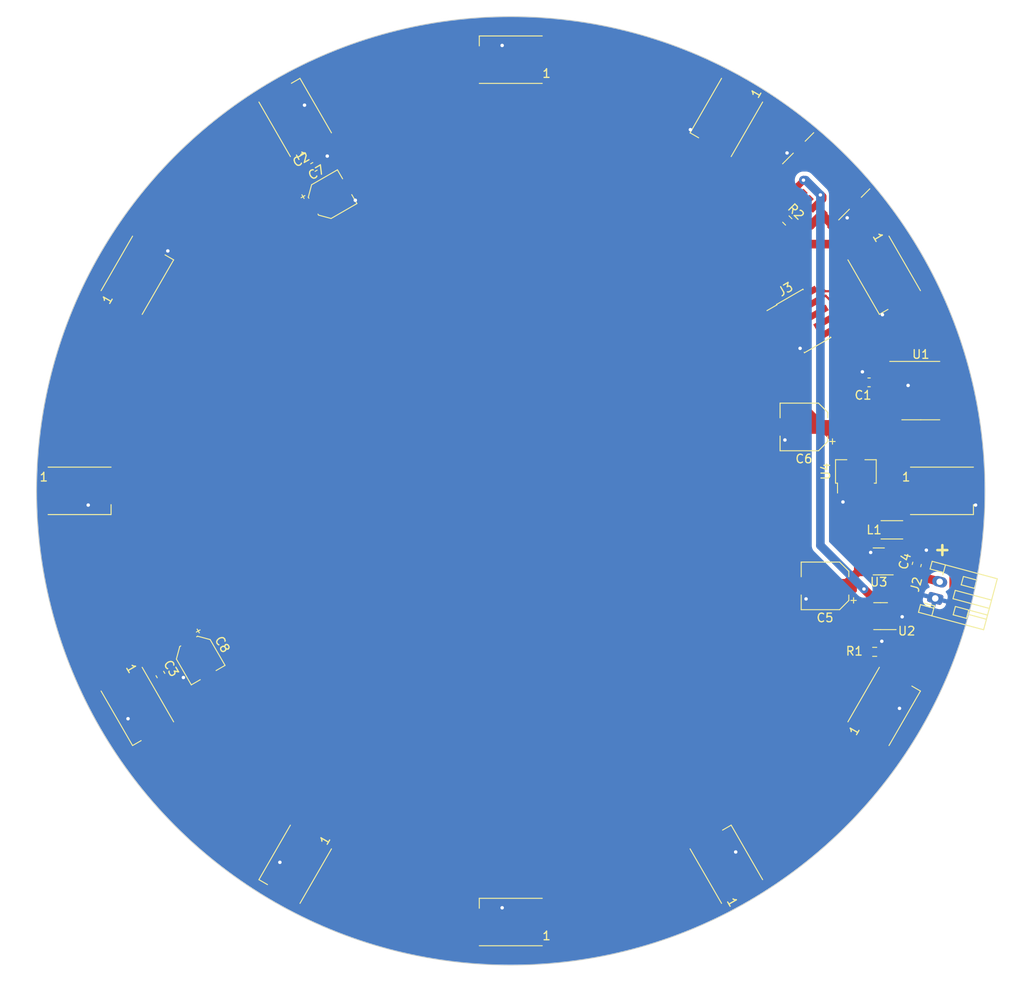
<source format=kicad_pcb>
(kicad_pcb (version 20221018) (generator pcbnew)
  (layers (0 "F.Cu" signal) (31 "B.Cu" signal) (34 "B.Paste" user) (35 "F.Paste" user) (36 "B.SilkS" user "B.Silkscreen") (37 "F.SilkS" user "F.Silkscreen") (38 "B.Mask" user) (39 "F.Mask" user) (44 "Edge.Cuts" user))
  (net 0 "")
  (net 1 "+3V3")
  (net 2 "GND")
  (net 3 "+5V")
  (net 4 "Net-(D1-DOUT)")
  (net 5 "/LED_Data")
  (net 6 "Net-(D2-DOUT)")
  (net 7 "Net-(D3-DOUT)")
  (net 8 "Net-(D4-DOUT)")
  (net 9 "Net-(D4-DIN)")
  (net 10 "Net-(D5-DIN)")
  (net 11 "Net-(D12-DIN)")
  (net 12 "Net-(D7-DIN)")
  (net 13 "Net-(D8-DIN)")
  (net 15 "Net-(D10-DIN)")
  (net 16 "Net-(D11-DIN)")
  (net 30 "/~{RST}")
  (net 31 "/SWDIO")
  (net 33 "/VBat")
  (net 34 "/VUSB")
  (net 35 "/SWCLK")
  (net 36 "Net-(U2-PROG)")
  (net 41 "Net-(U3-SW)")
  (net 42 "Net-(J1-CC1)")
  (footprint "LED_SMD:LED_WS2812B_PLCC4_5.0x5.0mm_P3.2mm" (layer "F.Cu") (at 143.3013 125 60)
    (fp_text reference "D2" hide)
    (fp_text value "WS2812B")
    (fp_text user "1" (at -4.15 -1.6 60) (layer "F.SilkS"))
    (pad "1" smd rect (at -2.45 -1.65 60) (size 1.5 0.9) (layers "F.Cu" "F.Paste" "F.Mask") (net 3 "+5V"))
    (pad "2" smd rect (at -2.45 1.65 60) (size 1.5 0.9) (layers "F.Cu" "F.Paste" "F.Mask") (net 6 "Net-(D2-DOUT)"))
    (pad "3" smd rect (at 2.45 1.65 60) (size 1.5 0.9) (layers "F.Cu" "F.Paste" "F.Mask") (net 2 "GND"))
    (pad "4" smd rect (at 2.45 -1.65 60) (size 1.5 0.9) (layers "F.Cu" "F.Paste" "F.Mask") (net 4 "Net-(D1-DOUT)"))
  )
  (footprint "LED_SMD:LED_WS2812B_PLCC4_5.0x5.0mm_P3.2mm" (layer "F.Cu") (at 100 150 180)
    (fp_text reference "D6" hide)
    (fp_text value "WS2812B")
    (fp_text user "1" (at -4.15 -1.6) (layer "F.SilkS"))
    (pad "1" smd rect (at -2.45 -1.65 180) (size 1.5 0.9) (layers "F.Cu" "F.Paste" "F.Mask") (net 3 "+5V"))
    (pad "2" smd rect (at -2.45 1.65 180) (size 1.5 0.9) (layers "F.Cu" "F.Paste" "F.Mask") (net 10 "Net-(D5-DIN)"))
    (pad "3" smd rect (at 2.45 1.65 180) (size 1.5 0.9) (layers "F.Cu" "F.Paste" "F.Mask") (net 2 "GND"))
    (pad "4" smd rect (at 2.45 -1.65 180) (size 1.5 0.9) (layers "F.Cu" "F.Paste" "F.Mask") (net 7 "Net-(D3-DOUT)"))
  )
  (footprint "Package_TO_SOT_SMD:SOT-23-5" (layer "F.Cu") (at 142.8875 114.53 180)
    (fp_text reference "U2" (at -3.0225 -1.73) (layer "F.SilkS"))
    (fp_text value "LR4054")
    (pad "1" smd roundrect (at -1.1375 -0.95 180) (size 1.325 0.6) (layers "F.Cu" "F.Paste" "F.Mask"))
    (pad "2" smd roundrect (at -1.1375 0 180) (size 1.325 0.6) (layers "F.Cu" "F.Paste" "F.Mask") (net 2 "GND"))
    (pad "3" smd roundrect (at -1.1375 0.95 180) (size 1.325 0.6) (layers "F.Cu" "F.Paste" "F.Mask") (net 33 "/VBat"))
    (pad "4" smd roundrect (at 1.1375 0.95 180) (size 1.325 0.6) (layers "F.Cu" "F.Paste" "F.Mask") (net 34 "/VUSB"))
    (pad "5" smd roundrect (at 1.1375 -0.95 180) (size 1.325 0.6) (layers "F.Cu" "F.Paste" "F.Mask") (net 36 "Net-(U2-PROG)"))
  )
  (footprint "Package_TO_SOT_SMD:SOT-89-3" (layer "F.Cu") (at 140.02 97.75 90)
    (fp_text reference "U4" (at 0 -3.5 90) (layer "F.SilkS"))
    (fp_text value "AMS1117-3.3" hide)
    (pad "1" smd rect (at -1.95 -1.5 90) (size 1.3 0.9) (layers "F.Cu" "F.Paste" "F.Mask") (net 2 "GND"))
    (pad "2" smd custom (at -1.8625 0 90) (size 1.475 0.9) (layers "F.Cu" "F.Paste" "F.Mask") (net 1 "+3V3") (options (clearance outline) (anchor rect)) (primitives (gr_poly (pts (xy 3.8625 0.8665) (xy 0.7375 0.8665) (xy 0.7375 -0.8665) (xy 3.8625 -0.8665)) (width 0) (fill yes))))
    (pad "3" smd rect (at -1.95 1.5 90) (size 1.3 0.9) (layers "F.Cu" "F.Paste" "F.Mask") (net 3 "+5V"))
  )
  (footprint "LED_SMD:LED_WS2812B_PLCC4_5.0x5.0mm_P3.2mm" (layer "F.Cu") (at 56.6987 75 60)
    (fp_text reference "D8" hide)
    (fp_text value "WS2812B")
    (fp_text user "1" (at -4.15 -1.6 60) (layer "F.SilkS"))
    (pad "1" smd rect (at -2.45 -1.65 60) (size 1.5 0.9) (layers "F.Cu" "F.Paste" "F.Mask") (net 3 "+5V"))
    (pad "2" smd rect (at -2.45 1.65 60) (size 1.5 0.9) (layers "F.Cu" "F.Paste" "F.Mask") (net 12 "Net-(D7-DIN)"))
    (pad "3" smd rect (at 2.45 1.65 60) (size 1.5 0.9) (layers "F.Cu" "F.Paste" "F.Mask") (net 2 "GND"))
    (pad "4" smd rect (at 2.45 -1.65 60) (size 1.5 0.9) (layers "F.Cu" "F.Paste" "F.Mask") (net 13 "Net-(D8-DIN)"))
  )
  (footprint "Capacitor_SMD:C_0603_1608Metric" (layer "F.Cu") (at 147.08 108.535 75)
    (fp_text reference "C4" (at 0 -1.43 75) (layer "F.SilkS"))
    (fp_text value "100nf")
    (pad "1" smd roundrect (at -0.775 0 75) (size 0.9 0.95) (layers "F.Cu" "F.Paste" "F.Mask") (net 33 "/VBat"))
    (pad "2" smd roundrect (at 0.775 0 75) (size 0.9 0.95) (layers "F.Cu" "F.Paste" "F.Mask") (net 2 "GND"))
  )
  (footprint "Capacitor_SMD:C_0603_1608Metric" (layer "F.Cu") (at 141.55 87.42 180)
    (fp_text reference "C1" (at 0.7 -1.49) (layer "F.SilkS"))
    (fp_text value "100nf")
    (pad "1" smd roundrect (at -0.775 0 180) (size 0.9 0.95) (layers "F.Cu" "F.Paste" "F.Mask") (net 1 "+3V3"))
    (pad "2" smd roundrect (at 0.775 0 180) (size 0.9 0.95) (layers "F.Cu" "F.Paste" "F.Mask") (net 2 "GND"))
  )
  (footprint "LED_SMD:LED_WS2812B_PLCC4_5.0x5.0mm_P3.2mm" (layer "F.Cu") (at 150 100)
    (fp_text reference "D1" hide)
    (fp_text value "WS2812B")
    (fp_text user "1" (at -4.15 -1.6) (layer "F.SilkS"))
    (pad "1" smd rect (at -2.45 -1.65) (size 1.5 0.9) (layers "F.Cu" "F.Paste" "F.Mask") (net 3 "+5V"))
    (pad "2" smd rect (at -2.45 1.65) (size 1.5 0.9) (layers "F.Cu" "F.Paste" "F.Mask") (net 4 "Net-(D1-DOUT)"))
    (pad "3" smd rect (at 2.45 1.65) (size 1.5 0.9) (layers "F.Cu" "F.Paste" "F.Mask") (net 2 "GND"))
    (pad "4" smd rect (at 2.45 -1.65) (size 1.5 0.9) (layers "F.Cu" "F.Paste" "F.Mask") (net 5 "/LED_Data"))
  )
  (footprint "LED_SMD:LED_WS2812B_PLCC4_5.0x5.0mm_P3.2mm" (layer "F.Cu") (at 50 100)
    (fp_text reference "D9" hide)
    (fp_text value "WS2812B")
    (fp_text user "1" (at -4.15 -1.6) (layer "F.SilkS"))
    (pad "1" smd rect (at -2.45 -1.65) (size 1.5 0.9) (layers "F.Cu" "F.Paste" "F.Mask") (net 3 "+5V"))
    (pad "2" smd rect (at -2.45 1.65) (size 1.5 0.9) (layers "F.Cu" "F.Paste" "F.Mask") (net 13 "Net-(D8-DIN)"))
    (pad "3" smd rect (at 2.45 1.65) (size 1.5 0.9) (layers "F.Cu" "F.Paste" "F.Mask") (net 2 "GND"))
    (pad "4" smd rect (at 2.45 -1.65) (size 1.5 0.9) (layers "F.Cu" "F.Paste" "F.Mask") (net 8 "Net-(D4-DOUT)"))
  )
  (footprint "Capacitor_SMD:CP_Elec_5x3" (layer "F.Cu") (at 133.99 92.59 180)
    (fp_text reference "C6" (at 0 -3.7) (layer "F.SilkS"))
    (fp_text value "10uf")
    (pad "1" smd roundrect (at -2.2 0 180) (size 3 1.6) (layers "F.Cu" "F.Paste" "F.Mask") (roundrect_rratio 0.15625) (net 1 "+3V3"))
    (pad "2" smd roundrect (at 2.2 0 180) (size 3 1.6) (layers "F.Cu" "F.Paste" "F.Mask") (roundrect_rratio 0.15625) (net 2 "GND"))
  )
  (footprint "Connector_PinHeader_1.27mm:PinHeader_2x05_P1.27mm_Vertical_SMD" (layer "F.Cu") (at 133.97 80.3 30)
    (fp_text reference "J3" (at 0 -4.235 30) (layer "F.SilkS"))
    (fp_text value "Conn_ARM_JTAG_SWD_10")
    (pad "1" smd rect (at -1.95 -2.54 30) (size 2.4 0.74) (layers "F.Cu" "F.Paste" "F.Mask") (net 1 "+3V3"))
    (pad "2" smd rect (at 1.95 -2.54 30) (size 2.4 0.74) (layers "F.Cu" "F.Paste" "F.Mask") (net 31 "/SWDIO"))
    (pad "3" smd rect (at -1.95 -1.27 30) (size 2.4 0.74) (layers "F.Cu" "F.Paste" "F.Mask") (net 2 "GND"))
    (pad "4" smd rect (at 1.95 -1.27 30) (size 2.4 0.74) (layers "F.Cu" "F.Paste" "F.Mask") (net 35 "/SWCLK"))
    (pad "5" smd rect (at -1.95 0 30) (size 2.4 0.74) (layers "F.Cu" "F.Paste" "F.Mask") (net 2 "GND"))
    (pad "6" smd rect (at 1.95 0 30) (size 2.4 0.74) (layers "F.Cu" "F.Paste" "F.Mask"))
    (pad "7" smd rect (at -1.95 1.27 30) (size 2.4 0.74) (layers "F.Cu" "F.Paste" "F.Mask"))
    (pad "8" smd rect (at 1.95 1.27 30) (size 2.4 0.74) (layers "F.Cu" "F.Paste" "F.Mask"))
    (pad "9" smd rect (at -1.95 2.54 30) (size 2.4 0.74) (layers "F.Cu" "F.Paste" "F.Mask") (net 2 "GND"))
    (pad "10" smd rect (at 1.95 2.54 30) (size 2.4 0.74) (layers "F.Cu" "F.Paste" "F.Mask") (net 30 "/~{RST}"))
  )
  (footprint "Capacitor_SMD:C_0603_1608Metric" (layer "F.Cu") (at 59.3725 121.2988 -60)
    (fp_text reference "C3" (at 0 -1.43 120) (layer "F.SilkS"))
    (fp_text value "100n")
    (pad "1" smd roundrect (at -0.775 0 300) (size 0.9 0.95) (layers "F.Cu" "F.Paste" "F.Mask") (net 3 "+5V"))
    (pad "2" smd roundrect (at 0.775 0 300) (size 0.9 0.95) (layers "F.Cu" "F.Paste" "F.Mask") (net 2 "GND"))
  )
  (footprint "LED_SMD:LED_WS2812B_PLCC4_5.0x5.0mm_P3.2mm" (layer "F.Cu") (at 100 50 180)
    (fp_text reference "D12" hide)
    (fp_text value "WS2812B")
    (fp_text user "1" (at -4.15 -1.6 180) (layer "F.SilkS"))
    (pad "1" smd rect (at -2.45 -1.65 180) (size 1.5 0.9) (layers "F.Cu" "F.Paste" "F.Mask") (net 3 "+5V"))
    (pad "2" smd rect (at -2.45 1.65 180) (size 1.5 0.9) (layers "F.Cu" "F.Paste" "F.Mask") (net 16 "Net-(D11-DIN)"))
    (pad "3" smd rect (at 2.45 1.65 180) (size 1.5 0.9) (layers "F.Cu" "F.Paste" "F.Mask") (net 2 "GND"))
    (pad "4" smd rect (at 2.45 -1.65 180) (size 1.5 0.9) (layers "F.Cu" "F.Paste" "F.Mask") (net 11 "Net-(D12-DIN)"))
  )
  (footprint "LED_SMD:LED_WS2812B_PLCC4_5.0x5.0mm_P3.2mm" (layer "F.Cu") (at 143.3013 75 -60)
    (fp_text reference "D10" hide)
    (fp_text value "WS2812B")
    (fp_text user "1" (at -4.15 -1.6 -60) (layer "F.SilkS"))
    (pad "1" smd rect (at -2.45 -1.65 300) (size 1.5 0.9) (layers "F.Cu" "F.Paste" "F.Mask") (net 3 "+5V"))
    (pad "2" smd rect (at -2.45 1.65 300) (size 1.5 0.9) (layers "F.Cu" "F.Paste" "F.Mask"))
    (pad "3" smd rect (at 2.45 1.65 300) (size 1.5 0.9) (layers "F.Cu" "F.Paste" "F.Mask") (net 2 "GND"))
    (pad "4" smd rect (at 2.45 -1.65 300) (size 1.5 0.9) (layers "F.Cu" "F.Paste" "F.Mask") (net 15 "Net-(D10-DIN)"))
  )
  (footprint "Resistor_SMD:R_0603_1608Metric" (layer "F.Cu") (at 142.2 118.67)
    (fp_text reference "R1" (at -2.36 -0.08) (layer "F.SilkS"))
    (fp_text value "2k")
    (pad "1" smd roundrect (at -0.825 0) (size 0.8 0.95) (layers "F.Cu" "F.Paste" "F.Mask") (net 36 "Net-(U2-PROG)"))
    (pad "2" smd roundrect (at 0.825 0) (size 0.8 0.95) (layers "F.Cu" "F.Paste" "F.Mask") (net 2 "GND"))
  )
  (footprint "LED_SMD:LED_WS2812B_PLCC4_5.0x5.0mm_P3.2mm" (layer "F.Cu") (at 75 56.6987 120)
    (fp_text reference "D7" hide)
    (fp_text value "WS2812B")
    (fp_text user "1" (at -4.15 -1.6 -60) (layer "F.SilkS"))
    (pad "1" smd rect (at -2.45 -1.65 120) (size 1.5 0.9) (layers "F.Cu" "F.Paste" "F.Mask") (net 3 "+5V"))
    (pad "2" smd rect (at -2.45 1.65 120) (size 1.5 0.9) (layers "F.Cu" "F.Paste" "F.Mask") (net 11 "Net-(D12-DIN)"))
    (pad "3" smd rect (at 2.45 1.65 120) (size 1.5 0.9) (layers "F.Cu" "F.Paste" "F.Mask") (net 2 "GND"))
    (pad "4" smd rect (at 2.45 -1.65 120) (size 1.5 0.9) (layers "F.Cu" "F.Paste" "F.Mask") (net 12 "Net-(D7-DIN)"))
  )
  (footprint "Connector_JST:JST_PH_S2B-PH-K_1x02_P2.00mm_Horizontal" (layer "F.Cu") (at 149.2224 112.4719 75)
    (fp_text reference "J2" (at 1 -2.55 75) (layer "F.SilkS"))
    (fp_text value "Conn_01x02_Pin")
    (pad "1" thru_hole roundrect (at 0 0 75) (size 1.2 1.75) (drill 0.75) (layers "*.Cu" "*.Mask") (roundrect_rratio 0.208333) (net 2 "GND"))
    (pad "2" thru_hole oval (at 2 0 75) (size 1.2 1.75) (drill 0.75) (layers "*.Cu" "*.Mask") (net 33 "/VBat"))
  )
  (footprint "LED_SMD:LED_WS2812B_PLCC4_5.0x5.0mm_P3.2mm" (layer "F.Cu") (at 75 143.3013 -120)
    (fp_text reference "D5" hide)
    (fp_text value "WS2812B")
    (fp_text user "1" (at -4.15 -1.6 -120) (layer "F.SilkS"))
    (pad "1" smd rect (at -2.45 -1.65 240) (size 1.5 0.9) (layers "F.Cu" "F.Paste" "F.Mask") (net 3 "+5V"))
    (pad "2" smd rect (at -2.45 1.65 240) (size 1.5 0.9) (layers "F.Cu" "F.Paste" "F.Mask") (net 9 "Net-(D4-DIN)"))
    (pad "3" smd rect (at 2.45 1.65 240) (size 1.5 0.9) (layers "F.Cu" "F.Paste" "F.Mask") (net 2 "GND"))
    (pad "4" smd rect (at 2.45 -1.65 240) (size 1.5 0.9) (layers "F.Cu" "F.Paste" "F.Mask") (net 10 "Net-(D5-DIN)"))
  )
  (footprint "Package_TO_SOT_SMD:SOT-23" (layer "F.Cu") (at 142.6725 108.18 180)
    (fp_text reference "U3" (at 0 -2.4) (layer "F.SilkS"))
    (fp_text value "TPS613222ADBZ")
    (pad "1" smd roundrect (at -0.9375 -0.95 180) (size 1.475 0.6) (layers "F.Cu" "F.Paste" "F.Mask") (net 3 "+5V"))
    (pad "2" smd roundrect (at -0.9375 0.95 180) (size 1.475 0.6) (layers "F.Cu" "F.Paste" "F.Mask") (net 41 "Net-(U3-SW)"))
    (pad "3" smd roundrect (at 0.9375 0 180) (size 1.475 0.6) (layers "F.Cu" "F.Paste" "F.Mask") (net 2 "GND"))
  )
  (footprint "Capacitor_SMD:C_0603_1608Metric" (layer "F.Cu") (at 77.175 62.44 30)
    (fp_text reference "C2" (at -0.87 -1.47 30) (layer "F.SilkS"))
    (fp_text value "100n")
    (pad "1" smd roundrect (at -0.775 0 30) (size 0.9 0.95) (layers "F.Cu" "F.Paste" "F.Mask") (net 3 "+5V"))
    (pad "2" smd roundrect (at 0.775 0 30) (size 0.9 0.95) (layers "F.Cu" "F.Paste" "F.Mask") (net 2 "GND"))
  )
  (footprint "Resistor_SMD:R_0603_1608Metric" (layer "F.Cu") (at 132.066637 68.646637 -45)
    (fp_text reference "R2" (at 0 -1.43 135) (layer "F.SilkS"))
    (fp_text value "5k1")
    (pad "1" smd roundrect (at -0.825 0 315) (size 0.8 0.95) (layers "F.Cu" "F.Paste" "F.Mask") (net 42 "Net-(J1-CC1)"))
    (pad "2" smd roundrect (at 0.825 0 315) (size 0.8 0.95) (layers "F.Cu" "F.Paste" "F.Mask") (net 2 "GND"))
  )
  (footprint "LED_SMD:LED_WS2812B_PLCC4_5.0x5.0mm_P3.2mm" (layer "F.Cu") (at 125 143.3013 120)
    (fp_text reference "D3" hide)
    (fp_text value "WS2812B")
    (fp_text user "1" (at -4.15 -1.6 -60) (layer "F.SilkS"))
    (pad "1" smd rect (at -2.45 -1.65 120) (size 1.5 0.9) (layers "F.Cu" "F.Paste" "F.Mask") (net 3 "+5V"))
    (pad "2" smd rect (at -2.45 1.65 120) (size 1.5 0.9) (layers "F.Cu" "F.Paste" "F.Mask") (net 7 "Net-(D3-DOUT)"))
    (pad "3" smd rect (at 2.45 1.65 120) (size 1.5 0.9) (layers "F.Cu" "F.Paste" "F.Mask") (net 2 "GND"))
    (pad "4" smd rect (at 2.45 -1.65 120) (size 1.5 0.9) (layers "F.Cu" "F.Paste" "F.Mask") (net 6 "Net-(D2-DOUT)"))
  )
  (footprint "Inductor_SMD:L_Murata_DFE201610P" (layer "F.Cu") (at 144.195 104.52 180)
    (fp_text reference "L1" (at 2.065 0 180) (layer "F.SilkS"))
    (fp_text value "4.7uh")
    (pad "1" smd rect (at -0.725 0 180) (size 0.55 1.6) (layers "F.Cu" "F.Paste" "F.Mask") (net 33 "/VBat"))
    (pad "2" smd rect (at 0.725 0 180) (size 0.55 1.6) (layers "F.Cu" "F.Paste" "F.Mask") (net 41 "Net-(U3-SW)"))
  )
  (footprint "Capacitor_SMD:CP_Elec_4x3" (layer "F.Cu") (at 79.0712 65.86 30)
    (fp_text reference "C7" (at 0 -3.2 30) (layer "F.SilkS"))
    (fp_text value "4.7u")
    (pad "1" smd roundrect (at -1.8 0 30) (size 2.6 1.6) (layers "F.Cu" "F.Paste" "F.Mask") (roundrect_rratio 0.15625) (net 3 "+5V"))
    (pad "2" smd roundrect (at 1.8 0 30) (size 2.6 1.6) (layers "F.Cu" "F.Paste" "F.Mask") (roundrect_rratio 0.15625) (net 2 "GND"))
  )
  (footprint "Capacitor_SMD:CP_Elec_5x3" (layer "F.Cu") (at 136.44 111.02 180)
    (fp_text reference "C5" (at 0 -3.7) (layer "F.SilkS"))
    (fp_text value "10uf" hide)
    (pad "1" smd roundrect (at -2.2 0 180) (size 3 1.6) (layers "F.Cu" "F.Paste" "F.Mask") (roundrect_rratio 0.15625) (net 3 "+5V"))
    (pad "2" smd roundrect (at 2.2 0 180) (size 3 1.6) (layers "F.Cu" "F.Paste" "F.Mask") (roundrect_rratio 0.15625) (net 2 "GND"))
  )
  (footprint "Capacitor_SMD:CP_Elec_4x3" (layer "F.Cu") (at 63.78 119.4112 -60)
    (fp_text reference "C8" (at 0 -3.2 120) (layer "F.SilkS"))
    (fp_text value "4.7u")
    (pad "1" smd roundrect (at -1.8 0 300) (size 2.6 1.6) (layers "F.Cu" "F.Paste" "F.Mask") (roundrect_rratio 0.15625) (net 3 "+5V"))
    (pad "2" smd roundrect (at 1.8 0 300) (size 2.6 1.6) (layers "F.Cu" "F.Paste" "F.Mask") (roundrect_rratio 0.15625) (net 2 "GND"))
  )
  (footprint "LED_SMD:LED_WS2812B_PLCC4_5.0x5.0mm_P3.2mm" (layer "F.Cu") (at 56.6987 125 -60)
    (fp_text reference "D4" hide)
    (fp_text value "WS2812B")
    (fp_text user "1" (at -4.15 -1.6 -240) (layer "F.SilkS"))
    (pad "1" smd rect (at -2.45 -1.65 300) (size 1.5 0.9) (layers "F.Cu" "F.Paste" "F.Mask") (net 3 "+5V"))
    (pad "2" smd rect (at -2.45 1.65 300) (size 1.5 0.9) (layers "F.Cu" "F.Paste" "F.Mask") (net 8 "Net-(D4-DOUT)"))
    (pad "3" smd rect (at 2.45 1.65 300) (size 1.5 0.9) (layers "F.Cu" "F.Paste" "F.Mask") (net 2 "GND"))
    (pad "4" smd rect (at 2.45 -1.65 300) (size 1.5 0.9) (layers "F.Cu" "F.Paste" "F.Mask") (net 9 "Net-(D4-DIN)"))
  )
  (footprint "Connector_USB:USB_C_Receptacle_GCT_USB4135-GF-A_6P_TopMnt_Horizontal" (layer "F.Cu") (at 136.26 63.8421 135)
    (fp_text reference "J1" hide)
    (fp_text value "USB_C_Receptacle")
    (pad "A5" smd rect (at -0.5 -3.0325 135) (size 0.7 1.2) (layers "F.Cu" "F.Paste" "F.Mask") (net 42 "Net-(J1-CC1)"))
    (pad "A9" smd rect (at 1.52 -3.0325 315) (size 0.76 1.2) (layers "F.Cu" "F.Paste" "F.Mask") (net 34 "/VUSB"))
    (pad "A12" smd rect (at 2.75 -3.0325 315) (size 0.8 1.2) (layers "F.Cu" "F.Paste" "F.Mask") (net 2 "GND"))
    (pad "B5" smd rect (at 0.5 -3.0325 315) (size 0.7 1.2) (layers "F.Cu" "F.Paste" "F.Mask") (net 42 "Net-(J1-CC1)"))
    (pad "B9" smd rect (at -1.52 -3.0325 135) (size 0.76 1.2) (layers "F.Cu" "F.Paste" "F.Mask") (net 34 "/VUSB"))
    (pad "B12" smd rect (at -2.75 -3.0325 135) (size 0.8 1.2) (layers "F.Cu" "F.Paste" "F.Mask") (net 2 "GND"))
    (pad "S1" smd rect (at -5.125 -2.9775 135) (size 1.8 1.35) (layers "F.Cu" "F.Paste" "F.Mask") (net 2 "GND"))
    (pad "S1" smd rect (at -5.125 0.6025 135) (size 1.8 1.5) (layers "F.Cu" "F.Paste" "F.Mask") (net 2 "GND"))
    (pad "S1" smd rect (at 5.125 -2.9775 135) (size 1.8 1.35) (layers "F.Cu" "F.Paste" "F.Mask") (net 2 "GND"))
    (pad "S1" smd rect (at 5.125 0.6025 135) (size 1.8 1.5) (layers "F.Cu" "F.Paste" "F.Mask") (net 2 "GND"))
  )
  (footprint "Package_SO:TSSOP-20_4.4x6.5mm_P0.65mm" (layer "F.Cu") (at 147.5475 88.375)
    (fp_text reference "U1" (at 0 -4.2) (layer "F.SilkS"))
    (fp_text value "STM32G030F6P6")
    (pad "1" smd roundrect (at -2.8625 -2.925) (size 1.475 0.4) (layers "F.Cu" "F.Paste" "F.Mask"))
    (pad "2" smd roundrect (at -2.8625 -2.275) (size 1.475 0.4) (layers "F.Cu" "F.Paste" "F.Mask"))
    (pad "3" smd roundrect (at -2.8625 -1.625) (size 1.475 0.4) (layers "F.Cu" "F.Paste" "F.Mask"))
    (pad "4" smd roundrect (at -2.8625 -0.975) (size 1.475 0.4) (layers "F.Cu" "F.Paste" "F.Mask") (net 1 "+3V3"))
    (pad "5" smd roundrect (at -2.8625 -0.325) (size 1.475 0.4) (layers "F.Cu" "F.Paste" "F.Mask") (net 2 "GND"))
    (pad "6" smd roundrect (at -2.8625 0.325) (size 1.475 0.4) (layers "F.Cu" "F.Paste" "F.Mask") (net 30 "/~{RST}"))
    (pad "7" smd roundrect (at -2.8625 0.975) (size 1.475 0.4) (layers "F.Cu" "F.Paste" "F.Mask"))
    (pad "8" smd roundrect (at -2.8625 1.625) (size 1.475 0.4) (layers "F.Cu" "F.Paste" "F.Mask"))
    (pad "9" smd roundrect (at -2.8625 2.275) (size 1.475 0.4) (layers "F.Cu" "F.Paste" "F.Mask"))
    (pad "10" smd roundrect (at -2.8625 2.925) (size 1.475 0.4) (layers "F.Cu" "F.Paste" "F.Mask"))
    (pad "11" smd roundrect (at 2.8625 2.925) (size 1.475 0.4) (layers "F.Cu" "F.Paste" "F.Mask"))
    (pad "12" smd roundrect (at 2.8625 2.275) (size 1.475 0.4) (layers "F.Cu" "F.Paste" "F.Mask"))
    (pad "13" smd roundrect (at 2.8625 1.625) (size 1.475 0.4) (layers "F.Cu" "F.Paste" "F.Mask"))
    (pad "14" smd roundrect (at 2.8625 0.975) (size 1.475 0.4) (layers "F.Cu" "F.Paste" "F.Mask"))
    (pad "15" smd roundrect (at 2.8625 0.325) (size 1.475 0.4) (layers "F.Cu" "F.Paste" "F.Mask") (net 5 "/LED_Data"))
    (pad "16" smd roundrect (at 2.8625 -0.325) (size 1.475 0.4) (layers "F.Cu" "F.Paste" "F.Mask"))
    (pad "17" smd roundrect (at 2.8625 -0.975) (size 1.475 0.4) (layers "F.Cu" "F.Paste" "F.Mask"))
    (pad "18" smd roundrect (at 2.8625 -1.625) (size 1.475 0.4) (layers "F.Cu" "F.Paste" "F.Mask") (net 31 "/SWDIO"))
    (pad "19" smd roundrect (at 2.8625 -2.275) (size 1.475 0.4) (layers "F.Cu" "F.Paste" "F.Mask") (net 35 "/SWCLK"))
    (pad "20" smd roundrect (at 2.8625 -2.925) (size 1.475 0.4) (layers "F.Cu" "F.Paste" "F.Mask"))
  )
  (footprint "LED_SMD:LED_WS2812B_PLCC4_5.0x5.0mm_P3.2mm" (layer "F.Cu") (at 125 56.6987 -120)
    (fp_text reference "D11" hide)
    (fp_text value "WS2812B")
    (fp_text user "1" (at -4.15 -1.6 -120) (layer "F.SilkS"))
    (pad "1" smd rect (at -2.45 -1.65 240) (size 1.5 0.9) (layers "F.Cu" "F.Paste" "F.Mask") (net 3 "+5V"))
    (pad "2" smd rect (at -2.45 1.65 240) (size 1.5 0.9) (layers "F.Cu" "F.Paste" "F.Mask") (net 15 "Net-(D10-DIN)"))
    (pad "3" smd rect (at 2.45 1.65 240) (size 1.5 0.9) (layers "F.Cu" "F.Paste" "F.Mask") (net 2 "GND"))
    (pad "4" smd rect (at 2.45 -1.65 240) (size 1.5 0.9) (layers "F.Cu" "F.Paste" "F.Mask") (net 16 "Net-(D11-DIN)"))
  )
  (gr_circle (center 100 100) (end 155 100) (stroke (width 0.1)) (fill none) (layer "Edge.Cuts"))
  (gr_text "+" (at 148.92 107.64) (layer "F.SilkS") (effects (font (size 1.5 1.5) (thickness 0.3) bold) (justify left bottom)))
  (segment (start 143.3475 87.42) (end 143.3475 87.4) (width 1) (layer "F.Cu") (net 1))
  (segment (start 129.72202 80.15798) (end 129.72202 86.12202) (width 1) (layer "F.Cu") (net 1))
  (segment (start 142.325 87.42) (end 143.3475 87.42) (width 1) (layer "F.Cu") (net 1))
  (segment (start 136.7902 93.1901) (end 136.19 92.59) (width 1) (layer "F.Cu") (net 1))
  (segment (start 130.804705 79.075295) (end 129.72202 80.15798) (width 1) (layer "F.Cu") (net 1))
  (segment (start 140.02 96.42) (end 140.02 99.6125) (width 1) (layer "F.Cu") (net 1))
  (segment (start 142.325 87.6553) (end 142.325 87.42) (width 1) (layer "F.Cu") (net 1))
  (segment (start 129.72202 86.12202) (end 136.19 92.59) (width 1) (layer "F.Cu") (net 1))
  (segment (start 136.7902 93.1901) (end 140.02 96.42) (width 1) (layer "F.Cu") (net 1))
  (segment (start 136.7902 93.1901) (end 142.325 87.6553) (width 1) (layer "F.Cu") (net 1))
  (segment (start 144.685 87.4) (end 143.49 87.4) (width 0.25) (layer "F.Cu") (net 1))
  (segment (start 131.01125 79.075295) (end 130.804705 79.075295) (width 1) (layer "F.Cu") (net 1))
  (segment (start 61.7142 121.97) (end 59.76 121.97) (width 1) (layer "F.Cu") (net 2))
  (segment (start 131.0169 61.8374) (end 131.5031 61.3512) (width 1) (layer "F.Cu") (net 2))
  (segment (start 131.78 84.01) (end 133.015955 84.01) (width 1) (layer "F.Cu") (net 2))
  (segment (start 139.2845 68.0654) (end 139.0107 68.3392) (width 1) (layer "F.Cu") (net 2))
  (segment (start 52.45 101.65) (end 50.9999 101.65) (width 1) (layer "F.Cu") (net 2))
  (segment (start 133.0621 59.7921) (end 132.5494 60.3048) (width 1) (layer "F.Cu") (net 2))
  (segment (start 137.2145 69.0852) (end 136.0602 67.9309) (width 1) (layer "F.Cu") (net 2))
  (segment (start 138.52 99.7) (end 138.52 101.29) (width 1) (layer "F.Cu") (net 2))
  (segment (start 145.3884 114.6042) (end 144.0992 114.6042) (width 0.601) (layer "F.Cu") (net 2))
  (segment (start 132.1712 62.9917) (end 132.1712 64.0419) (width 1) (layer "F.Cu") (net 2))
  (segment (start 137.7785 69.5714) (end 138.2647 69.0852) (width 1) (layer "F.Cu") (net 2))
  (segment (start 152.45 101.65) (end 153.9001 101.65) (width 1) (layer "F.Cu") (net 2))
  (segment (start 131.0169 61.8374) (end 132.1712 62.9917) (width 1) (layer "F.Cu") (net 2))
  (segment (start 144.685 88.05) (end 145.802205 88.05) (width 0.4006) (layer "F.Cu") (net 2))
  (segment (start 132.0367 60.8175) (end 131.503 61.3512) (width 1) (layer "F.Cu") (net 2))
  (segment (start 134.24 112.534) (end 134.24 111.02) (width 1) (layer "F.Cu") (net 2))
  (segment (start 97.55 48.35) (end 99.0001 48.35) (width 1) (layer "F.Cu") (net 2))
  (segment (start 131.64625 80.175148) (end 130.99202 80.829378) (width 1) (layer "F.Cu") (net 2))
  (segment (start 132.5494 60.3048) (end 132.0367 60.8175) (width 1) (layer "F.Cu") (net 2))
  (segment (start 139.0107 68.3392) (end 138.7509 68.599) (width 1) (layer "F.Cu") (net 2))
  (segment (start 143.025 117.4426) (end 143.025 118.67) (width 1) (layer "F.Cu") (net 2))
  (segment (start 81.973 66.303) (end 80.63 64.96) (width 1) (layer "F.Cu") (net 2))
  (segment (start 64.0045 121.6455) (end 62.0387 121.6455) (width 1) (layer "F.Cu") (net 2))
  (segment (start 145.9552 123.7032) (end 145.076 125.226) (width 1) (layer "F.Cu") (net 2))
  (segment (start 125.2039 140.3545) (end 126.0831 141.8774) (width 1) (layer "F.Cu") (net 2))
  (segment (start 131.79 92.59) (end 131.79 94.1024) (width 1) (layer "F.Cu") (net 2))
  (segment (start 144.0992 114.6042) (end 144.025 114.53) (width 0.601) (layer "F.Cu") (net 2))
  (segment (start 75.2039 53.7519) (end 76.0831 55.2748) (width 1) (layer "F.Cu") (net 2))
  (segment (start 130.99202 83.22202) (end 131.78 84.01) (width 1) (layer "F.Cu") (net 2))
  (segment (start 64.68 120.97) (end 64.0045 121.6455) (width 1) (layer "F.Cu") (net 2))
  (segment (start 138.2647 69.0852) (end 137.2145 69.0852) (width 1) (layer "F.Cu") (net 2))
  (segment (start 131.503 61.3512) (end 131.5031 61.3512) (width 1) (layer "F.Cu") (net 2))
  (segment (start 97.55 148.35) (end 99.0001 148.35) (width 1) (layer "F.Cu") (net 2))
  (segment (start 145.802205 88.05) (end 146.076 87.776205) (width 0.4006) (layer "F.Cu") (net 2))
  (segment (start 141.735 107.1437) (end 141.735 108.18) (width 1) (layer "F.Cu") (net 2))
  (segment (start 138.2647 69.0852) (end 138.7509 68.599) (width 1) (layer "F.Cu") (net 2))
  (segment (start 140.775 87.42) (end 140.775 86.1972) (width 1) (layer "F.Cu") (net 2))
  (segment (start 59.3526 73.7032) (end 60.2318 72.1804) (width 1) (layer "F.Cu") (net 2))
  (segment (start 130.5307 62.3236) (end 131.0169 61.8374) (width 1) (layer "F.Cu") (net 2))
  (segment (start 72.3461 144.5981) (end 73.2253 143.0753) (width 1) (layer "F.Cu") (net 2))
  (segment (start 148.191 106.876) (end 147.2806 107.7864) (width 1) (layer "F.Cu") (net 2))
  (segment (start 130.99202 80.829378) (end 130.99202 83.22202) (width 1) (layer "F.Cu") (net 2))
  (segment (start 56.4948 127.9468) (end 55.6156 126.4239) (width 1) (layer "F.Cu") (net 2))
  (segment (start 139.2846 68.0654) (end 139.2845 68.0654) (width 1) (layer "F.Cu") (net 2))
  (segment (start 134.761187 69.23) (end 136.060242 67.930945) (width 1) (layer "F.Cu") (net 2))
  (segment (start 120.831 58.1135) (end 122.2281 58.1135) (width 1) (layer "F.Cu") (net 2))
  (segment (start 143.0974 77.9468) (end 143.0974 79.571) (width 1) (layer "F.Cu") (net 2))
  (segment (start 132.65 69.23) (end 134.761187 69.23) (width 1) (layer "F.Cu") (net 2))
  (segment (start 62.0387 121.6455) (end 61.7142 121.97) (width 1) (layer "F.Cu") (net 2))
  (segment (start 140.31 67.04) (end 139.2846 68.0654) (width 1) (layer "F.Cu") (net 2))
  (segment (start 122.2281 58.1135) (end 122.3461 57.9955) (width 1) (layer "F.Cu") (net 2))
  (segment (start 77.8462 62.0525) (end 78.7194 61.1793) (width 1) (layer "F.Cu") (net 2))
  (segment (start 133.015955 84.01) (end 133.55125 83.474705) (width 1) (layer "F.Cu") (net 2))
  (via (at 99.0001 148.35) (size 1) (drill 0.4) (layers "F.Cu" "B.Cu") (net 2))
  (via (at 133.55125 83.474705) (size 1) (drill 0.4) (layers "F.Cu" "B.Cu") (net 2))
  (via (at 126.0831 141.8774) (size 1) (drill 0.4) (layers "F.Cu" "B.Cu") (net 2))
  (via (at 145.3884 114.6042) (size 1) (drill 0.4) (layers "F.Cu" "B.Cu") (net 2))
  (via (at 141.735 107.1437) (size 1) (drill 0.4) (layers "F.Cu" "B.Cu") (net 2))
  (via (at 76.0831 55.2748) (size 1) (drill 0.4) (layers "F.Cu" "B.Cu") (net 2))
  (via (at 99.0001 48.35) (size 1) (drill 0.4) (layers "F.Cu" "B.Cu") (net 2))
  (via (at 143.0974 79.571) (size 1) (drill 0.4) (layers "F.Cu" "B.Cu") (net 2))
  (via (at 146.076 87.776205) (size 1) (drill 0.4) (layers "F.Cu" "B.Cu") (net 2))
  (via (at 143.025 117.4426) (size 1) (drill 0.4) (layers "F.Cu" "B.Cu") (net 2))
  (via (at 55.6156 126.4239) (size 1) (drill 0.4) (layers "F.Cu" "B.Cu") (net 2))
  (via (at 140.775 86.1972) (size 1) (drill 0.4) (layers "F.Cu" "B.Cu") (net 2))
  (via (at 62.0387 121.6455) (size 1) (drill 0.4) (layers "F.Cu" "B.Cu") (net 2))
  (via (at 148.191 106.876) (size 1) (drill 0.4) (layers "F.Cu" "B.Cu") (net 2))
  (via (at 139.0107 68.3392) (size 1) (drill 0.4) (layers "F.Cu" "B.Cu") (net 2))
  (via (at 60.2318 72.1804) (size 1) (drill 0.4) (layers "F.Cu" "B.Cu") (net 2))
  (via (at 134.24 112.534) (size 1) (drill 0.4) (layers "F.Cu" "B.Cu") (net 2))
  (via (at 120.831 58.1135) (size 1) (drill 0.4) (layers "F.Cu" "B.Cu") (net 2))
  (via (at 131.79 94.1024) (size 1) (drill 0.4) (layers "F.Cu" "B.Cu") (net 2))
  (via (at 78.7194 61.1793) (size 1) (drill 0.4) (layers "F.Cu" "B.Cu") (net 2))
  (via (at 145.076 125.226) (size 1) (drill 0.4) (layers "F.Cu" "B.Cu") (net 2))
  (via (at 132.0367 60.8175) (size 1) (drill 0.4) (layers "F.Cu" "B.Cu") (net 2))
  (via (at 50.9999 101.65) (size 1) (drill 0.4) (layers "F.Cu" "B.Cu") (net 2))
  (via (at 153.9001 101.65) (size 1) (drill 0.4) (layers "F.Cu" "B.Cu") (net 2))
  (via (at 138.52 101.29) (size 1) (drill 0.4) (layers "F.Cu" "B.Cu") (net 2))
  (via (at 81.973 66.303) (size 1) (drill 0.4) (layers "F.Cu" "B.Cu") (net 2))
  (via (at 73.2253 143.0753) (size 1) (drill 0.4) (layers "F.Cu" "B.Cu") (net 2))
  (segment (start 134.2856 127.8195) (end 139.7681 127.8195) (width 1) (layer "F.Cu") (net 3))
  (segment (start 90.6615 61.9884) (end 100.9999 51.65) (width 1) (layer "F.Cu") (net 3))
  (segment (start 77.5124 66.76) (end 77.5124 63.4927) (width 1) (layer "F.Cu") (net 3))
  (segment (start 61.7602 117.8524) (end 58.985 120.62763) (width 1) (layer "F.Cu") (net 3))
  (segment (start 74.7961 59.6455) (end 75.6753 61.1682) (width 1) (layer "F.Cu") (net 3))
  (segment (start 54.8907 92.4594) (end 51.8233 95.5268) (width 1) (layer "F.Cu") (net 3))
  (segment (start 120.8201 144.7253) (end 120.8201 141.285) (width 1) (layer "F.Cu") (net 3))
  (segment (start 106.7143 144.7253) (end 120.8201 144.7253) (width 1) (layer "F.Cu") (net 3))
  (segment (start 132.9039 71.387) (end 125.1501 63.6332) (width 1) (layer "F.Cu") (net 3))
  (segment (start 79.6109 63.4927) (end 81.1152 61.9884) (width 1) (layer "F.Cu") (net 3))
  (segment (start 77.169 63.4927) (end 77.5124 63.4927) (width 1) (layer "F.Cu") (net 3))
  (segment (start 53.1656 77.8196) (end 54.8907 79.5447) (width 1) (layer "F.Cu") (net 3))
  (segment (start 143.61 109.13) (end 143.3464 109.3936) (width 1) (layer "F.Cu") (net 3))
  (segment (start 141.7695 71.387) (end 132.9039 71.387) (width 1) (layer "F.Cu") (net 3))
  (segment (start 77.5124 63.4927) (end 79.6109 63.4927) (width 1) (layer "F.Cu") (net 3))
  (segment (start 102.45 151.65) (end 103.9001 151.65) (width 1) (layer "F.Cu") (net 3))
  (segment (start 102.45 51.65) (end 100.9999 51.65) (width 1) (layer "F.Cu") (net 3))
  (segment (start 51.8233 95.5268) (end 61.7602 105.4638) (width 1) (layer "F.Cu") (net 3))
  (segment (start 99.9399 143.5793) (end 103.9001 147.5395) (width 1) (layer "F.Cu") (net 3))
  (segment (start 123.9168 144.7253) (end 120.8201 144.7253) (width 1) (layer "F.Cu") (net 3))
  (segment (start 97.7712 143.5793) (end 99.9399 143.5793) (width 1) (layer "F.Cu") (net 3))
  (segment (start 54.8907 79.5447) (end 54.8907 92.4594) (width 1) (layer "F.Cu") (net 3))
  (segment (start 75.6752 61.9989) (end 76.5038 62.8275) (width 1) (layer "F.Cu") (net 3))
  (segment (start 138.64 111.02) (end 140.2664 109.3936) (width 1) (layer "F.Cu") (net 3))
  (segment (start 54.8907 79.5447) (end 64.7277 79.5447) (width 1) (layer "F.Cu") (net 3))
  (segment (start 140.296 109.3936) (end 140.296 104.1539) (width 1) (layer "F.Cu") (net 3))
  (segment (start 142.626 70.5305) (end 141.7695 71.387) (width 1) (layer "F.Cu") (net 3))
  (segment (start 57.63 121.31) (end 56.7444 121.894996) (width 1) (layer "F.Cu") (net 3))
  (segment (start 126.7747 56.9247) (end 126.7747 59.9685) (width 1) (layer "F.Cu") (net 3))
  (segment (start 125.1501 61.5931) (end 113.8432 61.5931) (width 1) (layer "F.Cu") (net 3))
  (segment (start 56.7444 121.894996) (end 56.902642 122.053238) (width 1) (layer "F.Cu") (net 3))
  (segment (start 75.6752 61.1683) (end 75.6752 61.9989) (width 1) (layer "F.Cu") (net 3))
  (segment (start 51.8233 95.5268) (end 49.0001 98.35) (width 1) (layer "F.Cu") (net 3))
  (segment (start 64.7277 79.5447) (end 77.5124 66.76) (width 1) (layer "F.Cu") (net 3))
  (segment (start 141.52 102.9299) (end 140.296 104.1539) (width 1) (layer "F.Cu") (net 3))
  (segment (start 143.3464 109.3936) (end 140.296 109.3936) (width 1) (layer "F.Cu") (net 3))
  (segment (start 75.6753 61.1682) (end 75.6752 61.1683) (width 1) (layer "F.Cu") (net 3))
  (segment (start 126.4659 60.2773) (end 125.1501 61.5931) (width 1) (layer "F.Cu") (net 3))
  (segment (start 141.5266 124.774) (end 138.64 121.8874) (width 1) (layer "F.Cu") (net 3))
  (segment (start 61.7602 105.4638) (end 61.7602 117.8524) (width 1) (layer "F.Cu") (net 3))
  (segment (start 78.0935 141.2431) (end 95.435 141.2431) (width 1) (layer "F.Cu") (net 3))
  (segment (start 140.296 104.1539) (end 146.0999 98.35) (width 1) (layer "F.Cu") (net 3))
  (segment (start 64.14 127.82) (end 78.0935 141.2431) (width 1) (layer "F.Cu") (net 3))
  (segment (start 113.8432 61.5931) (end 103.9001 51.65) (width 1) (layer "F.Cu") (net 3))
  (segment (start 95.435 141.2431) (end 97.7712 143.5793) (width 1) (layer "F.Cu") (net 3))
  (segment (start 126.7747 59.9685) (end 126.4659 60.2773) (width 1) (layer "F.Cu") (net 3))
  (segment (start 139.7681 127.8195) (end 139.7682 127.8196) (width 1) (layer "F.Cu") (net 3))
  (segment (start 62.88 117.8524) (end 61.7602 117.8524) (width 1) (layer "F.Cu") (net 3))
  (segment (start 140.6474 126.2968) (end 139.7682 127.8196) (width 1) (layer "F.Cu") (net 3))
  (segment (start 138.64 121.8874) (end 138.64 111.02) (width 1) (layer "F.Cu") (net 3))
  (segment (start 125.1501 63.6332) (end 125.1501 61.5931) (width 1) (layer "F.Cu") (net 3))
  (segment (start 58.985 120.62763) (end 57.63 121.31) (width 1) (layer "F.Cu") (net 3))
  (segment (start 140.2664 109.3936) (end 140.296 109.3936) (width 1) (layer "F.Cu") (net 3))
  (segment (start 141.52 99.7) (end 141.52 102.9299) (width 1) (layer "F.Cu") (net 3))
  (segment (start 127.6539 55.4019) (end 126.7747 56.9247) (width 1) (layer "F.Cu") (net 3))
  (segment (start 123.9169 144.7252) (end 123.9168 144.7253) (width 1) (layer "F.Cu") (net 3))
  (segment (start 81.1152 61.9884) (end 90.6615 61.9884) (width 1) (layer "F.Cu") (net 3))
  (segment (start 124.7961 146.2481) (end 123.9169 144.7252) (width 1) (layer "F.Cu") (net 3))
  (segment (start 47.55 98.35) (end 49.0001 98.35) (width 1) (layer "F.Cu") (net 3))
  (segment (start 103.9001 147.5395) (end 103.9001 151.65) (width 1) (layer "F.Cu") (net 3))
  (segment (start 143.5052 72.0532) (end 142.626 70.5305) (width 1) (layer "F.Cu") (net 3))
  (segment (start 120.8201 141.285) (end 134.2856 127.8195) (width 1) (layer "F.Cu") (net 3))
  (segment (start 77.6539 142.0045) (end 78.0935 141.2431) (width 1) (layer "F.Cu") (net 3))
  (segment (start 140.6474 126.2968) (end 141.5266 124.774) (width 1) (layer "F.Cu") (net 3))
  (segment (start 56.902642 122.053238) (end 64.14 127.82) (width 1) (layer "F.Cu") (net 3))
  (segment (start 54.0448 76.2968) (end 53.1656 77.8196) (width 1) (layer "F.Cu") (net 3))
  (segment (start 76.5038 62.8275) (end 77.169 63.4927) (width 1) (layer "F.Cu") (net 3))
  (segment (start 147.55 98.35) (end 146.0999 98.35) (width 1) (layer "F.Cu") (net 3))
  (segment (start 102.45 51.65) (end 103.9001 51.65) (width 1) (layer "F.Cu") (net 3))
  (segment (start 103.9001 147.5395) (end 106.7143 144.7253) (width 1) (layer "F.Cu") (net 3))
  (segment (start 147.55 101.65) (end 148.6251 101.65) (width 0.25) (layer "F.Cu") (net 4))
  (segment (start 148.6251 101.65) (end 150.9898 104.0147) (width 0.25) (layer "F.Cu") (net 4))
  (segment (start 150.9898 104.0147) (end 150.9898 113.6912) (width 0.25) (layer "F.Cu") (net 4))
  (segment (start 150.9898 113.6912) (end 143.7388 120.9422) (width 0.25) (layer "F.Cu") (net 4))
  (segment (start 143.0974 122.0532) (end 143.7388 120.9422) (width 0.25) (layer "F.Cu") (net 4))
  (segment (start 151.5094 89.0808) (end 151.5094 97.4404) (width 0.25) (layer "F.Cu") (net 5))
  (segment (start 150.41 88.7) (end 151.1286 88.7) (width 0.25) (layer "F.Cu") (net 5))
  (segment (start 151.3749 97.5749) (end 151.3749 98.35) (width 0.25) (layer "F.Cu") (net 5))
  (segment (start 152.45 98.35) (end 151.3749 98.35) (width 0.25) (layer "F.Cu") (net 5))
  (segment (start 151.5094 97.4404) (end 151.3749 97.5749) (width 0.25) (layer "F.Cu") (net 5))
  (segment (start 151.1286 88.7) (end 151.5094 89.0808) (width 0.25) (layer "F.Cu") (net 5))
  (segment (start 140.1435 131.3085) (end 142.3943 129.0577) (width 0.25) (layer "F.Cu") (net 6))
  (segment (start 122.3461 141.512) (end 132.5496 131.3085) (width 0.25) (layer "F.Cu") (net 6))
  (segment (start 142.8637 129.0577) (end 142.8638 129.0578) (width 0.25) (layer "F.Cu") (net 6))
  (segment (start 122.3461 142.0045) (end 122.3461 141.512) (width 0.25) (layer "F.Cu") (net 6))
  (segment (start 143.5052 127.9468) (end 142.8638 129.0578) (width 0.25) (layer "F.Cu") (net 6))
  (segment (start 132.5496 131.3085) (end 140.1435 131.3085) (width 0.25) (layer "F.Cu") (net 6))
  (segment (start 142.3943 129.0577) (end 142.8637 129.0577) (width 0.25) (layer "F.Cu") (net 6))
  (segment (start 125.2769 147.475) (end 110.2849 147.475) (width 0.25) (layer "F.Cu") (net 7))
  (segment (start 105.2807 152.4792) (end 99.4543 152.4792) (width 0.25) (layer "F.Cu") (net 7))
  (segment (start 110.2849 147.475) (end 105.2807 152.4792) (width 0.25) (layer "F.Cu") (net 7))
  (segment (start 128.0878 145.9167) (end 126.8352 145.9167) (width 0.25) (layer "F.Cu") (net 7))
  (segment (start 126.8352 145.9167) (end 125.2769 147.475) (width 0.25) (layer "F.Cu") (net 7))
  (segment (start 97.55 151.65) (end 98.6251 151.65) (width 0.25) (layer "F.Cu") (net 7))
  (segment (start 128.2954 145.7091) (end 128.0878 145.9167) (width 0.25) (layer "F.Cu") (net 7))
  (segment (start 99.4543 152.4792) (end 98.6251 151.65) (width 0.25) (layer "F.Cu") (net 7))
  (segment (start 127.6539 144.5981) (end 128.2954 145.7091) (width 0.25) (layer "F.Cu") (net 7))
  (segment (start 53.4033 122.5922) (end 53.5637 122.4318) (width 0.25) (layer "F.Cu") (net 8))
  (segment (start 54.0448 123.7032) (end 53.4033 122.5922) (width 0.25) (layer "F.Cu") (net 8))
  (segment (start 53.5637 99.4637) (end 52.45 98.35) (width 0.25) (layer "F.Cu") (net 8))
  (segment (start 53.5637 122.4318) (end 53.5637 99.4637) (width 0.25) (layer "F.Cu") (net 8))
  (segment (start 59.3526 126.2968) (end 59.9941 127.4078) (width 0.25) (layer "F.Cu") (net 9))
  (segment (start 59.9941 127.4078) (end 60.0968 127.4078) (width 0.25) (layer "F.Cu") (net 9))
  (segment (start 60.0968 127.4078) (end 74.1546 141.4656) (width 0.25) (layer "F.Cu") (net 9))
  (segment (start 74.7961 140.3545) (end 74.1546 141.4656) (width 0.25) (layer "F.Cu") (net 9))
  (segment (start 76.9565 146.2481) (end 99.273 146.2481) (width 0.25) (layer "F.Cu") (net 10))
  (segment (start 102.45 148.35) (end 101.3749 148.35) (width 0.25) (layer "F.Cu") (net 10))
  (segment (start 75.8454 145.137) (end 76.9565 146.2481) (width 0.25) (layer "F.Cu") (net 10))
  (segment (start 75.2039 146.2481) (end 75.8454 145.137) (width 0.25) (layer "F.Cu") (net 10))
  (segment (start 99.273 146.2481) (end 101.3749 148.35) (width 0.25) (layer "F.Cu") (net 10))
  (segment (start 78.2954 59.1065) (end 79.4064 57.9955) (width 0.25) (layer "F.Cu") (net 11))
  (segment (start 79.4064 57.9955) (end 90.1294 57.9955) (width 0.25) (layer "F.Cu") (net 11))
  (segment (start 90.1294 57.9955) (end 96.4749 51.65) (width 0.25) (layer "F.Cu") (net 11))
  (segment (start 77.6539 57.9955) (end 78.2954 59.1065) (width 0.25) (layer "F.Cu") (net 11))
  (segment (start 97.55 51.65) (end 96.4749 51.65) (width 0.25) (layer "F.Cu") (net 11))
  (segment (start 72.3461 55.4019) (end 72.9876 56.5129) (width 0.25) (layer "F.Cu") (net 12))
  (segment (start 56.9026 77.9468) (end 57.5441 76.8357) (width 0.25) (layer "F.Cu") (net 12))
  (segment (start 57.6615 76.8358) (end 57.5442 76.8358) (width 0.25) (layer "F.Cu") (net 12))
  (segment (start 72.9876 56.5129) (end 72.3461 57.1544) (width 0.25) (layer "F.Cu") (net 12))
  (segment (start 72.3461 57.1544) (end 72.3461 62.1512) (width 0.25) (layer "F.Cu") (net 12))
  (segment (start 57.5442 76.8358) (end 57.5441 76.8357) (width 0.25) (layer "F.Cu") (net 12))
  (segment (start 72.3461 62.1512) (end 57.6615 76.8358) (width 0.25) (layer "F.Cu") (net 12))
  (segment (start 49.845 79.0551) (end 49.845 94.2832) (width 0.25) (layer "F.Cu") (net 13))
  (segment (start 46.4749 97.6533) (end 46.4749 101.65) (width 0.25) (layer "F.Cu") (net 13))
  (segment (start 55.8532 73.1642) (end 55.7359 73.1642) (width 0.25) (layer "F.Cu") (net 13))
  (segment (start 49.845 94.2832) (end 46.4749 97.6533) (width 0.25) (layer "F.Cu") (net 13))
  (segment (start 56.4948 72.0532) (end 55.8533 73.1643) (width 0.25) (layer "F.Cu") (net 13))
  (segment (start 47.55 101.65) (end 46.4749 101.65) (width 0.25) (layer "F.Cu") (net 13))
  (segment (start 55.8533 73.1643) (end 55.8532 73.1642) (width 0.25) (layer "F.Cu") (net 13))
  (segment (start 55.7359 73.1642) (end 49.845 79.0551) (width 0.25) (layer "F.Cu") (net 13))
  (segment (start 145.3138 75.1857) (end 145.3138 70.4855) (width 0.25) (layer "F.Cu") (net 15))
  (segment (start 128.5802 53.7519) (end 126.5485 53.7519) (width 0.25) (layer "F.Cu") (net 15))
  (segment (start 126.5485 53.7519) (end 125.4375 52.6409) (width 0.25) (layer "F.Cu") (net 15))
  (segment (start 145.9552 76.2968) (end 145.3137 75.1858) (width 0.25) (layer "F.Cu") (net 15))
  (segment (start 145.3137 75.1858) (end 145.3138 75.1857) (width 0.25) (layer "F.Cu") (net 15))
  (segment (start 145.3138 70.4855) (end 128.5802 53.7519) (width 0.25) (layer "F.Cu") (net 15))
  (segment (start 124.7961 53.7519) (end 125.4375 52.6409) (width 0.25) (layer "F.Cu") (net 15))
  (segment (start 123.4515 59.6455) (end 114.8206 59.6455) (width 0.25) (layer "F.Cu") (net 16))
  (segment (start 124.5625 60.7565) (end 123.4515 59.6455) (width 0.25) (layer "F.Cu") (net 16))
  (segment (start 125.2039 59.6455) (end 124.5625 60.7565) (width 0.25) (layer "F.Cu") (net 16))
  (segment (start 114.8206 59.6455) (end 103.5251 48.35) (width 0.25) (layer "F.Cu") (net 16))
  (segment (start 102.45 48.35) (end 103.5251 48.35) (width 0.25) (layer "F.Cu") (net 16))
  (segment (start 141.428941 80.8554) (end 138.5972 80.8554) (width 0.25) (layer "F.Cu") (net 30))
  (segment (start 146.320706 88.7) (end 146.9005 88.120206) (width 0.25) (layer "F.Cu") (net 30))
  (segment (start 138.5972 80.8554) (end 138.4108 80.669) (width 0.25) (layer "F.Cu") (net 30))
  (segment (start 136.9287 81.5247) (end 138.4108 80.669) (width 0.25) (layer "F.Cu") (net 30))
  (segment (start 146.9005 88.120206) (end 146.9005 86.326959) (width 0.25) (layer "F.Cu") (net 30))
  (segment (start 144.685 88.7) (end 146.320706 88.7) (width 0.25) (layer "F.Cu") (net 30))
  (segment (start 146.9005 86.326959) (end 141.428941 80.8554) (width 0.25) (layer "F.Cu") (net 30))
  (segment (start 151.4946 85.1756) (end 148.1548 81.8358) (width 0.25) (layer "F.Cu") (net 31))
  (segment (start 143.8257 81.8358) (end 138.8407 76.8508) (width 0.25) (layer "F.Cu") (net 31))
  (segment (start 138.8407 76.8508) (end 136.452 76.8508) (width 0.25) (layer "F.Cu") (net 31))
  (segment (start 136.452 76.8508) (end 135.8708 76.2696) (width 0.25) (layer "F.Cu") (net 31))
  (segment (start 151.1346 86.75) (end 151.4946 86.39) (width 0.25) (layer "F.Cu") (net 31))
  (segment (start 150.41 86.75) (end 151.1346 86.75) (width 0.25) (layer "F.Cu") (net 31))
  (segment (start 151.4946 86.39) (end 151.4946 85.1756) (width 0.25) (layer "F.Cu") (net 31))
  (segment (start 148.1548 81.8358) (end 143.8257 81.8358) (width 0.25) (layer "F.Cu") (net 31))
  (segment (start 134.3887 77.1253) (end 135.8708 76.2696) (width 0.25) (layer "F.Cu") (net 31))
  (segment (start 147.4086 110.095) (end 147.4086 110.1964) (width 1) (layer "F.Cu") (net 33))
  (segment (start 145.6516 106.7517) (end 145.6516 108.0558) (width 1) (layer "F.Cu") (net 33))
  (segment (start 147.4086 110.095) (end 148.0791 110.095) (width 1) (layer "F.Cu") (net 33))
  (segment (start 145.6516 108.0558) (end 146.8794 109.2836) (width 1) (layer "F.Cu") (net 33))
  (segment (start 144.92 104.52) (end 144.92 106.0201) (width 1) (layer "F.Cu") (net 33))
  (segment (start 144.3657 113.2393) (end 144.025 113.58) (width 0.601) (layer "F.Cu") (net 33))
  (segment (start 144.92 106.0201) (end 145.6516 106.7517) (width 1) (layer "F.Cu") (net 33))
  (segment (start 146.8794 109.2836) (end 147.4086 109.8128) (width 1) (layer "F.Cu") (net 33))
  (segment (start 149.74 110.54) (end 148.0791 110.095) (width 1) (layer "F.Cu") (net 33))
  (segment (start 147.4086 109.8128) (end 147.4086 110.095) (width 1) (layer "F.Cu") (net 33))
  (segment (start 147.4086 110.1964) (end 144.3657 113.2393) (width 1) (layer "F.Cu") (net 33))
  (segment (start 135.903 65.6843) (end 136.1099 65.8912) (width 1) (layer "F.Cu") (net 34))
  (segment (start 133.0409 64.9116) (end 133.8753 64.0772) (width 0.7598) (layer "F.Cu") (net 34))
  (segment (start 136.1099 66.1418) (end 135.1905 67.0612) (width 0.7598) (layer "F.Cu") (net 34))
  (segment (start 136.1099 65.8912) (end 136.1099 66.1418) (width 1) (layer "F.Cu") (net 34))
  (segment (start 133.8753 64.0348) (end 133.8753 64.0772) (width 0.7598) (layer "F.Cu") (net 34))
  (segment (start 140.959 111.3846) (end 141.75 112.1756) (width 1) (layer "F.Cu") (net 34))
  (segment (start 141.75 112.1756) (end 141.75 113.58) (width 1) (layer "F.Cu") (net 34))
  (segment (start 133.9391 63.971) (end 133.8753 64.0348) (width 0.7598) (layer "F.Cu") (net 34))
  (via (at 135.903 65.6843) (size 1) (drill 0.4) (layers "F.Cu" "B.Cu") (net 34))
  (via (at 133.9391 63.971) (size 1) (drill 0.4) (layers "F.Cu" "B.Cu") (net 34))
  (via (at 140.959 111.3846) (size 1) (drill 0.4) (layers "F.Cu" "B.Cu") (net 34))
  (segment (start 134.1897 63.971) (end 135.903 65.6843) (width 1) (layer "B.Cu") (net 34))
  (segment (start 135.903 106.3286) (end 140.959 111.3846) (width 1) (layer "B.Cu") (net 34))
  (segment (start 133.9391 63.971) (end 134.1897 63.971) (width 1) (layer "B.Cu") (net 34))
  (segment (start 135.903 65.6843) (end 135.903 106.3286) (width 1) (layer "B.Cu") (net 34))
  (segment (start 139.1518 78.5178) (end 139.7884 78.5178) (width 0.25) (layer "F.Cu") (net 35))
  (segment (start 139.7884 78.5178) (end 147.3706 86.1) (width 0.25) (layer "F.Cu") (net 35))
  (segment (start 147.3706 86.1) (end 150.41 86.1) (width 0.25) (layer "F.Cu") (net 35))
  (segment (start 136.5059 77.3694) (end 137.2043 78.0678) (width 0.25) (layer "F.Cu") (net 35))
  (segment (start 135.0237 78.2251) (end 136.5059 77.3694) (width 0.25) (layer "F.Cu") (net 35))
  (segment (start 138.7018 78.0678) (end 139.1518 78.5178) (width 0.25) (layer "F.Cu") (net 35))
  (segment (start 137.2043 78.0678) (end 138.7018 78.0678) (width 0.25) (layer "F.Cu") (net 35))
  (segment (start 141.375 115.855) (end 141.75 115.48) (width 0.25) (layer "F.Cu") (net 36))
  (segment (start 141.375 118.67) (end 141.375 115.855) (width 0.25) (layer "F.Cu") (net 36))
  (segment (start 143.47 104.52) (end 143.47 107.09) (width 0.25) (layer "F.Cu") (net 41))
  (segment (start 143.47 107.09) (end 143.61 107.23) (width 0.25) (layer "F.Cu") (net 41))
  (segment (start 133.762145 65.632848) (end 134.469252 66.339955) (width 0.25) (layer "F.Cu") (net 42))
  (segment (start 131.483274 68.063274) (end 131.483274 67.911719) (width 0.25) (layer "F.Cu") (net 42))
  (segment (start 131.483274 67.911719) (end 133.762145 65.632848) (width 0.25) (layer "F.Cu") (net 42))
  (zone (net 2) (net_name "GND") (layer "B.Cu") (connect_pads (clearance 0.5)) (min_thickness 0.25) (fill yes (thermal_gap 0.5) (thermal_bridge_width 0.5))
    (polygon (pts (xy 119.1 44.73) (xy 148.07 64.96) (xy 157.74 90.21) (xy 159.52 132.03) (xy 112.07 157.52) (xy 68.48 154.13) (xy 44.85 123.7) (xy 40.77 87.66) (xy 59.01 55.04) (xy 92.42 43.08)))
  )
)
</source>
